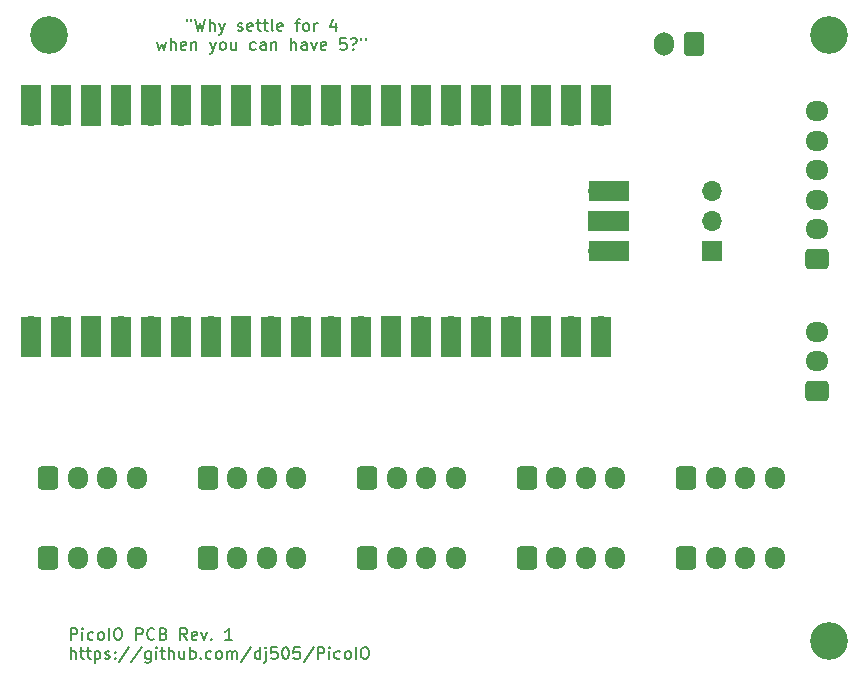
<source format=gts>
%TF.GenerationSoftware,KiCad,Pcbnew,(6.0.8)*%
%TF.CreationDate,2023-01-05T15:01:32-07:00*%
%TF.ProjectId,PicoIO,5069636f-494f-42e6-9b69-6361645f7063,rev?*%
%TF.SameCoordinates,Original*%
%TF.FileFunction,Soldermask,Top*%
%TF.FilePolarity,Negative*%
%FSLAX46Y46*%
G04 Gerber Fmt 4.6, Leading zero omitted, Abs format (unit mm)*
G04 Created by KiCad (PCBNEW (6.0.8)) date 2023-01-05 15:01:32*
%MOMM*%
%LPD*%
G01*
G04 APERTURE LIST*
G04 Aperture macros list*
%AMRoundRect*
0 Rectangle with rounded corners*
0 $1 Rounding radius*
0 $2 $3 $4 $5 $6 $7 $8 $9 X,Y pos of 4 corners*
0 Add a 4 corners polygon primitive as box body*
4,1,4,$2,$3,$4,$5,$6,$7,$8,$9,$2,$3,0*
0 Add four circle primitives for the rounded corners*
1,1,$1+$1,$2,$3*
1,1,$1+$1,$4,$5*
1,1,$1+$1,$6,$7*
1,1,$1+$1,$8,$9*
0 Add four rect primitives between the rounded corners*
20,1,$1+$1,$2,$3,$4,$5,0*
20,1,$1+$1,$4,$5,$6,$7,0*
20,1,$1+$1,$6,$7,$8,$9,0*
20,1,$1+$1,$8,$9,$2,$3,0*%
G04 Aperture macros list end*
%ADD10C,0.150000*%
%ADD11RoundRect,0.250000X-0.600000X-0.725000X0.600000X-0.725000X0.600000X0.725000X-0.600000X0.725000X0*%
%ADD12O,1.700000X1.950000*%
%ADD13R,1.700000X3.500000*%
%ADD14O,1.700000X1.700000*%
%ADD15R,1.700000X1.700000*%
%ADD16R,3.500000X1.700000*%
%ADD17RoundRect,0.250000X0.725000X-0.600000X0.725000X0.600000X-0.725000X0.600000X-0.725000X-0.600000X0*%
%ADD18O,1.950000X1.700000*%
%ADD19C,3.200000*%
%ADD20RoundRect,0.250000X0.600000X0.750000X-0.600000X0.750000X-0.600000X-0.750000X0.600000X-0.750000X0*%
%ADD21O,1.700000X2.000000*%
G04 APERTURE END LIST*
D10*
X172712857Y-61131380D02*
X172712857Y-61321857D01*
X173093809Y-61131380D02*
X173093809Y-61321857D01*
X173427142Y-61131380D02*
X173665238Y-62131380D01*
X173855714Y-61417095D01*
X174046190Y-62131380D01*
X174284285Y-61131380D01*
X174665238Y-62131380D02*
X174665238Y-61131380D01*
X175093809Y-62131380D02*
X175093809Y-61607571D01*
X175046190Y-61512333D01*
X174950952Y-61464714D01*
X174808095Y-61464714D01*
X174712857Y-61512333D01*
X174665238Y-61559952D01*
X175474761Y-61464714D02*
X175712857Y-62131380D01*
X175950952Y-61464714D02*
X175712857Y-62131380D01*
X175617619Y-62369476D01*
X175570000Y-62417095D01*
X175474761Y-62464714D01*
X177046190Y-62083761D02*
X177141428Y-62131380D01*
X177331904Y-62131380D01*
X177427142Y-62083761D01*
X177474761Y-61988523D01*
X177474761Y-61940904D01*
X177427142Y-61845666D01*
X177331904Y-61798047D01*
X177189047Y-61798047D01*
X177093809Y-61750428D01*
X177046190Y-61655190D01*
X177046190Y-61607571D01*
X177093809Y-61512333D01*
X177189047Y-61464714D01*
X177331904Y-61464714D01*
X177427142Y-61512333D01*
X178284285Y-62083761D02*
X178189047Y-62131380D01*
X177998571Y-62131380D01*
X177903333Y-62083761D01*
X177855714Y-61988523D01*
X177855714Y-61607571D01*
X177903333Y-61512333D01*
X177998571Y-61464714D01*
X178189047Y-61464714D01*
X178284285Y-61512333D01*
X178331904Y-61607571D01*
X178331904Y-61702809D01*
X177855714Y-61798047D01*
X178617619Y-61464714D02*
X178998571Y-61464714D01*
X178760476Y-61131380D02*
X178760476Y-61988523D01*
X178808095Y-62083761D01*
X178903333Y-62131380D01*
X178998571Y-62131380D01*
X179189047Y-61464714D02*
X179570000Y-61464714D01*
X179331904Y-61131380D02*
X179331904Y-61988523D01*
X179379523Y-62083761D01*
X179474761Y-62131380D01*
X179570000Y-62131380D01*
X180046190Y-62131380D02*
X179950952Y-62083761D01*
X179903333Y-61988523D01*
X179903333Y-61131380D01*
X180808095Y-62083761D02*
X180712857Y-62131380D01*
X180522380Y-62131380D01*
X180427142Y-62083761D01*
X180379523Y-61988523D01*
X180379523Y-61607571D01*
X180427142Y-61512333D01*
X180522380Y-61464714D01*
X180712857Y-61464714D01*
X180808095Y-61512333D01*
X180855714Y-61607571D01*
X180855714Y-61702809D01*
X180379523Y-61798047D01*
X181903333Y-61464714D02*
X182284285Y-61464714D01*
X182046190Y-62131380D02*
X182046190Y-61274238D01*
X182093809Y-61179000D01*
X182189047Y-61131380D01*
X182284285Y-61131380D01*
X182760476Y-62131380D02*
X182665238Y-62083761D01*
X182617619Y-62036142D01*
X182570000Y-61940904D01*
X182570000Y-61655190D01*
X182617619Y-61559952D01*
X182665238Y-61512333D01*
X182760476Y-61464714D01*
X182903333Y-61464714D01*
X182998571Y-61512333D01*
X183046190Y-61559952D01*
X183093809Y-61655190D01*
X183093809Y-61940904D01*
X183046190Y-62036142D01*
X182998571Y-62083761D01*
X182903333Y-62131380D01*
X182760476Y-62131380D01*
X183522380Y-62131380D02*
X183522380Y-61464714D01*
X183522380Y-61655190D02*
X183570000Y-61559952D01*
X183617619Y-61512333D01*
X183712857Y-61464714D01*
X183808095Y-61464714D01*
X185331904Y-61464714D02*
X185331904Y-62131380D01*
X185093809Y-61083761D02*
X184855714Y-61798047D01*
X185474761Y-61798047D01*
X170212857Y-63074714D02*
X170403333Y-63741380D01*
X170593809Y-63265190D01*
X170784285Y-63741380D01*
X170974761Y-63074714D01*
X171355714Y-63741380D02*
X171355714Y-62741380D01*
X171784285Y-63741380D02*
X171784285Y-63217571D01*
X171736666Y-63122333D01*
X171641428Y-63074714D01*
X171498571Y-63074714D01*
X171403333Y-63122333D01*
X171355714Y-63169952D01*
X172641428Y-63693761D02*
X172546190Y-63741380D01*
X172355714Y-63741380D01*
X172260476Y-63693761D01*
X172212857Y-63598523D01*
X172212857Y-63217571D01*
X172260476Y-63122333D01*
X172355714Y-63074714D01*
X172546190Y-63074714D01*
X172641428Y-63122333D01*
X172689047Y-63217571D01*
X172689047Y-63312809D01*
X172212857Y-63408047D01*
X173117619Y-63074714D02*
X173117619Y-63741380D01*
X173117619Y-63169952D02*
X173165238Y-63122333D01*
X173260476Y-63074714D01*
X173403333Y-63074714D01*
X173498571Y-63122333D01*
X173546190Y-63217571D01*
X173546190Y-63741380D01*
X174689047Y-63074714D02*
X174927142Y-63741380D01*
X175165238Y-63074714D02*
X174927142Y-63741380D01*
X174831904Y-63979476D01*
X174784285Y-64027095D01*
X174689047Y-64074714D01*
X175689047Y-63741380D02*
X175593809Y-63693761D01*
X175546190Y-63646142D01*
X175498571Y-63550904D01*
X175498571Y-63265190D01*
X175546190Y-63169952D01*
X175593809Y-63122333D01*
X175689047Y-63074714D01*
X175831904Y-63074714D01*
X175927142Y-63122333D01*
X175974761Y-63169952D01*
X176022380Y-63265190D01*
X176022380Y-63550904D01*
X175974761Y-63646142D01*
X175927142Y-63693761D01*
X175831904Y-63741380D01*
X175689047Y-63741380D01*
X176879523Y-63074714D02*
X176879523Y-63741380D01*
X176450952Y-63074714D02*
X176450952Y-63598523D01*
X176498571Y-63693761D01*
X176593809Y-63741380D01*
X176736666Y-63741380D01*
X176831904Y-63693761D01*
X176879523Y-63646142D01*
X178546190Y-63693761D02*
X178450952Y-63741380D01*
X178260476Y-63741380D01*
X178165238Y-63693761D01*
X178117619Y-63646142D01*
X178070000Y-63550904D01*
X178070000Y-63265190D01*
X178117619Y-63169952D01*
X178165238Y-63122333D01*
X178260476Y-63074714D01*
X178450952Y-63074714D01*
X178546190Y-63122333D01*
X179403333Y-63741380D02*
X179403333Y-63217571D01*
X179355714Y-63122333D01*
X179260476Y-63074714D01*
X179070000Y-63074714D01*
X178974761Y-63122333D01*
X179403333Y-63693761D02*
X179308095Y-63741380D01*
X179070000Y-63741380D01*
X178974761Y-63693761D01*
X178927142Y-63598523D01*
X178927142Y-63503285D01*
X178974761Y-63408047D01*
X179070000Y-63360428D01*
X179308095Y-63360428D01*
X179403333Y-63312809D01*
X179879523Y-63074714D02*
X179879523Y-63741380D01*
X179879523Y-63169952D02*
X179927142Y-63122333D01*
X180022380Y-63074714D01*
X180165238Y-63074714D01*
X180260476Y-63122333D01*
X180308095Y-63217571D01*
X180308095Y-63741380D01*
X181546190Y-63741380D02*
X181546190Y-62741380D01*
X181974761Y-63741380D02*
X181974761Y-63217571D01*
X181927142Y-63122333D01*
X181831904Y-63074714D01*
X181689047Y-63074714D01*
X181593809Y-63122333D01*
X181546190Y-63169952D01*
X182879523Y-63741380D02*
X182879523Y-63217571D01*
X182831904Y-63122333D01*
X182736666Y-63074714D01*
X182546190Y-63074714D01*
X182450952Y-63122333D01*
X182879523Y-63693761D02*
X182784285Y-63741380D01*
X182546190Y-63741380D01*
X182450952Y-63693761D01*
X182403333Y-63598523D01*
X182403333Y-63503285D01*
X182450952Y-63408047D01*
X182546190Y-63360428D01*
X182784285Y-63360428D01*
X182879523Y-63312809D01*
X183260476Y-63074714D02*
X183498571Y-63741380D01*
X183736666Y-63074714D01*
X184498571Y-63693761D02*
X184403333Y-63741380D01*
X184212857Y-63741380D01*
X184117619Y-63693761D01*
X184070000Y-63598523D01*
X184070000Y-63217571D01*
X184117619Y-63122333D01*
X184212857Y-63074714D01*
X184403333Y-63074714D01*
X184498571Y-63122333D01*
X184546190Y-63217571D01*
X184546190Y-63312809D01*
X184070000Y-63408047D01*
X186212857Y-62741380D02*
X185736666Y-62741380D01*
X185689047Y-63217571D01*
X185736666Y-63169952D01*
X185831904Y-63122333D01*
X186070000Y-63122333D01*
X186165238Y-63169952D01*
X186212857Y-63217571D01*
X186260476Y-63312809D01*
X186260476Y-63550904D01*
X186212857Y-63646142D01*
X186165238Y-63693761D01*
X186070000Y-63741380D01*
X185831904Y-63741380D01*
X185736666Y-63693761D01*
X185689047Y-63646142D01*
X186831904Y-63646142D02*
X186879523Y-63693761D01*
X186831904Y-63741380D01*
X186784285Y-63693761D01*
X186831904Y-63646142D01*
X186831904Y-63741380D01*
X186641428Y-62789000D02*
X186736666Y-62741380D01*
X186974761Y-62741380D01*
X187070000Y-62789000D01*
X187117619Y-62884238D01*
X187117619Y-62979476D01*
X187070000Y-63074714D01*
X187022380Y-63122333D01*
X186927142Y-63169952D01*
X186879523Y-63217571D01*
X186831904Y-63312809D01*
X186831904Y-63360428D01*
X187498571Y-62741380D02*
X187498571Y-62931857D01*
X187879523Y-62741380D02*
X187879523Y-62931857D01*
X162895595Y-113693380D02*
X162895595Y-112693380D01*
X163276547Y-112693380D01*
X163371785Y-112741000D01*
X163419404Y-112788619D01*
X163467023Y-112883857D01*
X163467023Y-113026714D01*
X163419404Y-113121952D01*
X163371785Y-113169571D01*
X163276547Y-113217190D01*
X162895595Y-113217190D01*
X163895595Y-113693380D02*
X163895595Y-113026714D01*
X163895595Y-112693380D02*
X163847976Y-112741000D01*
X163895595Y-112788619D01*
X163943214Y-112741000D01*
X163895595Y-112693380D01*
X163895595Y-112788619D01*
X164800357Y-113645761D02*
X164705119Y-113693380D01*
X164514642Y-113693380D01*
X164419404Y-113645761D01*
X164371785Y-113598142D01*
X164324166Y-113502904D01*
X164324166Y-113217190D01*
X164371785Y-113121952D01*
X164419404Y-113074333D01*
X164514642Y-113026714D01*
X164705119Y-113026714D01*
X164800357Y-113074333D01*
X165371785Y-113693380D02*
X165276547Y-113645761D01*
X165228928Y-113598142D01*
X165181309Y-113502904D01*
X165181309Y-113217190D01*
X165228928Y-113121952D01*
X165276547Y-113074333D01*
X165371785Y-113026714D01*
X165514642Y-113026714D01*
X165609880Y-113074333D01*
X165657500Y-113121952D01*
X165705119Y-113217190D01*
X165705119Y-113502904D01*
X165657500Y-113598142D01*
X165609880Y-113645761D01*
X165514642Y-113693380D01*
X165371785Y-113693380D01*
X166133690Y-113693380D02*
X166133690Y-112693380D01*
X166800357Y-112693380D02*
X166990833Y-112693380D01*
X167086071Y-112741000D01*
X167181309Y-112836238D01*
X167228928Y-113026714D01*
X167228928Y-113360047D01*
X167181309Y-113550523D01*
X167086071Y-113645761D01*
X166990833Y-113693380D01*
X166800357Y-113693380D01*
X166705119Y-113645761D01*
X166609880Y-113550523D01*
X166562261Y-113360047D01*
X166562261Y-113026714D01*
X166609880Y-112836238D01*
X166705119Y-112741000D01*
X166800357Y-112693380D01*
X168419404Y-113693380D02*
X168419404Y-112693380D01*
X168800357Y-112693380D01*
X168895595Y-112741000D01*
X168943214Y-112788619D01*
X168990833Y-112883857D01*
X168990833Y-113026714D01*
X168943214Y-113121952D01*
X168895595Y-113169571D01*
X168800357Y-113217190D01*
X168419404Y-113217190D01*
X169990833Y-113598142D02*
X169943214Y-113645761D01*
X169800357Y-113693380D01*
X169705119Y-113693380D01*
X169562261Y-113645761D01*
X169467023Y-113550523D01*
X169419404Y-113455285D01*
X169371785Y-113264809D01*
X169371785Y-113121952D01*
X169419404Y-112931476D01*
X169467023Y-112836238D01*
X169562261Y-112741000D01*
X169705119Y-112693380D01*
X169800357Y-112693380D01*
X169943214Y-112741000D01*
X169990833Y-112788619D01*
X170752738Y-113169571D02*
X170895595Y-113217190D01*
X170943214Y-113264809D01*
X170990833Y-113360047D01*
X170990833Y-113502904D01*
X170943214Y-113598142D01*
X170895595Y-113645761D01*
X170800357Y-113693380D01*
X170419404Y-113693380D01*
X170419404Y-112693380D01*
X170752738Y-112693380D01*
X170847976Y-112741000D01*
X170895595Y-112788619D01*
X170943214Y-112883857D01*
X170943214Y-112979095D01*
X170895595Y-113074333D01*
X170847976Y-113121952D01*
X170752738Y-113169571D01*
X170419404Y-113169571D01*
X172752738Y-113693380D02*
X172419404Y-113217190D01*
X172181309Y-113693380D02*
X172181309Y-112693380D01*
X172562261Y-112693380D01*
X172657500Y-112741000D01*
X172705119Y-112788619D01*
X172752738Y-112883857D01*
X172752738Y-113026714D01*
X172705119Y-113121952D01*
X172657500Y-113169571D01*
X172562261Y-113217190D01*
X172181309Y-113217190D01*
X173562261Y-113645761D02*
X173467023Y-113693380D01*
X173276547Y-113693380D01*
X173181309Y-113645761D01*
X173133690Y-113550523D01*
X173133690Y-113169571D01*
X173181309Y-113074333D01*
X173276547Y-113026714D01*
X173467023Y-113026714D01*
X173562261Y-113074333D01*
X173609880Y-113169571D01*
X173609880Y-113264809D01*
X173133690Y-113360047D01*
X173943214Y-113026714D02*
X174181309Y-113693380D01*
X174419404Y-113026714D01*
X174800357Y-113598142D02*
X174847976Y-113645761D01*
X174800357Y-113693380D01*
X174752738Y-113645761D01*
X174800357Y-113598142D01*
X174800357Y-113693380D01*
X176562261Y-113693380D02*
X175990833Y-113693380D01*
X176276547Y-113693380D02*
X176276547Y-112693380D01*
X176181309Y-112836238D01*
X176086071Y-112931476D01*
X175990833Y-112979095D01*
X162895595Y-115303380D02*
X162895595Y-114303380D01*
X163324166Y-115303380D02*
X163324166Y-114779571D01*
X163276547Y-114684333D01*
X163181309Y-114636714D01*
X163038452Y-114636714D01*
X162943214Y-114684333D01*
X162895595Y-114731952D01*
X163657500Y-114636714D02*
X164038452Y-114636714D01*
X163800357Y-114303380D02*
X163800357Y-115160523D01*
X163847976Y-115255761D01*
X163943214Y-115303380D01*
X164038452Y-115303380D01*
X164228928Y-114636714D02*
X164609880Y-114636714D01*
X164371785Y-114303380D02*
X164371785Y-115160523D01*
X164419404Y-115255761D01*
X164514642Y-115303380D01*
X164609880Y-115303380D01*
X164943214Y-114636714D02*
X164943214Y-115636714D01*
X164943214Y-114684333D02*
X165038452Y-114636714D01*
X165228928Y-114636714D01*
X165324166Y-114684333D01*
X165371785Y-114731952D01*
X165419404Y-114827190D01*
X165419404Y-115112904D01*
X165371785Y-115208142D01*
X165324166Y-115255761D01*
X165228928Y-115303380D01*
X165038452Y-115303380D01*
X164943214Y-115255761D01*
X165800357Y-115255761D02*
X165895595Y-115303380D01*
X166086071Y-115303380D01*
X166181309Y-115255761D01*
X166228928Y-115160523D01*
X166228928Y-115112904D01*
X166181309Y-115017666D01*
X166086071Y-114970047D01*
X165943214Y-114970047D01*
X165847976Y-114922428D01*
X165800357Y-114827190D01*
X165800357Y-114779571D01*
X165847976Y-114684333D01*
X165943214Y-114636714D01*
X166086071Y-114636714D01*
X166181309Y-114684333D01*
X166657500Y-115208142D02*
X166705119Y-115255761D01*
X166657500Y-115303380D01*
X166609880Y-115255761D01*
X166657500Y-115208142D01*
X166657500Y-115303380D01*
X166657500Y-114684333D02*
X166705119Y-114731952D01*
X166657500Y-114779571D01*
X166609880Y-114731952D01*
X166657500Y-114684333D01*
X166657500Y-114779571D01*
X167847976Y-114255761D02*
X166990833Y-115541476D01*
X168895595Y-114255761D02*
X168038452Y-115541476D01*
X169657500Y-114636714D02*
X169657500Y-115446238D01*
X169609880Y-115541476D01*
X169562261Y-115589095D01*
X169467023Y-115636714D01*
X169324166Y-115636714D01*
X169228928Y-115589095D01*
X169657500Y-115255761D02*
X169562261Y-115303380D01*
X169371785Y-115303380D01*
X169276547Y-115255761D01*
X169228928Y-115208142D01*
X169181309Y-115112904D01*
X169181309Y-114827190D01*
X169228928Y-114731952D01*
X169276547Y-114684333D01*
X169371785Y-114636714D01*
X169562261Y-114636714D01*
X169657500Y-114684333D01*
X170133690Y-115303380D02*
X170133690Y-114636714D01*
X170133690Y-114303380D02*
X170086071Y-114351000D01*
X170133690Y-114398619D01*
X170181309Y-114351000D01*
X170133690Y-114303380D01*
X170133690Y-114398619D01*
X170467023Y-114636714D02*
X170847976Y-114636714D01*
X170609880Y-114303380D02*
X170609880Y-115160523D01*
X170657500Y-115255761D01*
X170752738Y-115303380D01*
X170847976Y-115303380D01*
X171181309Y-115303380D02*
X171181309Y-114303380D01*
X171609880Y-115303380D02*
X171609880Y-114779571D01*
X171562261Y-114684333D01*
X171467023Y-114636714D01*
X171324166Y-114636714D01*
X171228928Y-114684333D01*
X171181309Y-114731952D01*
X172514642Y-114636714D02*
X172514642Y-115303380D01*
X172086071Y-114636714D02*
X172086071Y-115160523D01*
X172133690Y-115255761D01*
X172228928Y-115303380D01*
X172371785Y-115303380D01*
X172467023Y-115255761D01*
X172514642Y-115208142D01*
X172990833Y-115303380D02*
X172990833Y-114303380D01*
X172990833Y-114684333D02*
X173086071Y-114636714D01*
X173276547Y-114636714D01*
X173371785Y-114684333D01*
X173419404Y-114731952D01*
X173467023Y-114827190D01*
X173467023Y-115112904D01*
X173419404Y-115208142D01*
X173371785Y-115255761D01*
X173276547Y-115303380D01*
X173086071Y-115303380D01*
X172990833Y-115255761D01*
X173895595Y-115208142D02*
X173943214Y-115255761D01*
X173895595Y-115303380D01*
X173847976Y-115255761D01*
X173895595Y-115208142D01*
X173895595Y-115303380D01*
X174800357Y-115255761D02*
X174705119Y-115303380D01*
X174514642Y-115303380D01*
X174419404Y-115255761D01*
X174371785Y-115208142D01*
X174324166Y-115112904D01*
X174324166Y-114827190D01*
X174371785Y-114731952D01*
X174419404Y-114684333D01*
X174514642Y-114636714D01*
X174705119Y-114636714D01*
X174800357Y-114684333D01*
X175371785Y-115303380D02*
X175276547Y-115255761D01*
X175228928Y-115208142D01*
X175181309Y-115112904D01*
X175181309Y-114827190D01*
X175228928Y-114731952D01*
X175276547Y-114684333D01*
X175371785Y-114636714D01*
X175514642Y-114636714D01*
X175609880Y-114684333D01*
X175657500Y-114731952D01*
X175705119Y-114827190D01*
X175705119Y-115112904D01*
X175657500Y-115208142D01*
X175609880Y-115255761D01*
X175514642Y-115303380D01*
X175371785Y-115303380D01*
X176133690Y-115303380D02*
X176133690Y-114636714D01*
X176133690Y-114731952D02*
X176181309Y-114684333D01*
X176276547Y-114636714D01*
X176419404Y-114636714D01*
X176514642Y-114684333D01*
X176562261Y-114779571D01*
X176562261Y-115303380D01*
X176562261Y-114779571D02*
X176609880Y-114684333D01*
X176705119Y-114636714D01*
X176847976Y-114636714D01*
X176943214Y-114684333D01*
X176990833Y-114779571D01*
X176990833Y-115303380D01*
X178181309Y-114255761D02*
X177324166Y-115541476D01*
X178943214Y-115303380D02*
X178943214Y-114303380D01*
X178943214Y-115255761D02*
X178847976Y-115303380D01*
X178657500Y-115303380D01*
X178562261Y-115255761D01*
X178514642Y-115208142D01*
X178467023Y-115112904D01*
X178467023Y-114827190D01*
X178514642Y-114731952D01*
X178562261Y-114684333D01*
X178657500Y-114636714D01*
X178847976Y-114636714D01*
X178943214Y-114684333D01*
X179419404Y-114636714D02*
X179419404Y-115493857D01*
X179371785Y-115589095D01*
X179276547Y-115636714D01*
X179228928Y-115636714D01*
X179419404Y-114303380D02*
X179371785Y-114351000D01*
X179419404Y-114398619D01*
X179467023Y-114351000D01*
X179419404Y-114303380D01*
X179419404Y-114398619D01*
X180371785Y-114303380D02*
X179895595Y-114303380D01*
X179847976Y-114779571D01*
X179895595Y-114731952D01*
X179990833Y-114684333D01*
X180228928Y-114684333D01*
X180324166Y-114731952D01*
X180371785Y-114779571D01*
X180419404Y-114874809D01*
X180419404Y-115112904D01*
X180371785Y-115208142D01*
X180324166Y-115255761D01*
X180228928Y-115303380D01*
X179990833Y-115303380D01*
X179895595Y-115255761D01*
X179847976Y-115208142D01*
X181038452Y-114303380D02*
X181133690Y-114303380D01*
X181228928Y-114351000D01*
X181276547Y-114398619D01*
X181324166Y-114493857D01*
X181371785Y-114684333D01*
X181371785Y-114922428D01*
X181324166Y-115112904D01*
X181276547Y-115208142D01*
X181228928Y-115255761D01*
X181133690Y-115303380D01*
X181038452Y-115303380D01*
X180943214Y-115255761D01*
X180895595Y-115208142D01*
X180847976Y-115112904D01*
X180800357Y-114922428D01*
X180800357Y-114684333D01*
X180847976Y-114493857D01*
X180895595Y-114398619D01*
X180943214Y-114351000D01*
X181038452Y-114303380D01*
X182276547Y-114303380D02*
X181800357Y-114303380D01*
X181752738Y-114779571D01*
X181800357Y-114731952D01*
X181895595Y-114684333D01*
X182133690Y-114684333D01*
X182228928Y-114731952D01*
X182276547Y-114779571D01*
X182324166Y-114874809D01*
X182324166Y-115112904D01*
X182276547Y-115208142D01*
X182228928Y-115255761D01*
X182133690Y-115303380D01*
X181895595Y-115303380D01*
X181800357Y-115255761D01*
X181752738Y-115208142D01*
X183467023Y-114255761D02*
X182609880Y-115541476D01*
X183800357Y-115303380D02*
X183800357Y-114303380D01*
X184181309Y-114303380D01*
X184276547Y-114351000D01*
X184324166Y-114398619D01*
X184371785Y-114493857D01*
X184371785Y-114636714D01*
X184324166Y-114731952D01*
X184276547Y-114779571D01*
X184181309Y-114827190D01*
X183800357Y-114827190D01*
X184800357Y-115303380D02*
X184800357Y-114636714D01*
X184800357Y-114303380D02*
X184752738Y-114351000D01*
X184800357Y-114398619D01*
X184847976Y-114351000D01*
X184800357Y-114303380D01*
X184800357Y-114398619D01*
X185705119Y-115255761D02*
X185609880Y-115303380D01*
X185419404Y-115303380D01*
X185324166Y-115255761D01*
X185276547Y-115208142D01*
X185228928Y-115112904D01*
X185228928Y-114827190D01*
X185276547Y-114731952D01*
X185324166Y-114684333D01*
X185419404Y-114636714D01*
X185609880Y-114636714D01*
X185705119Y-114684333D01*
X186276547Y-115303380D02*
X186181309Y-115255761D01*
X186133690Y-115208142D01*
X186086071Y-115112904D01*
X186086071Y-114827190D01*
X186133690Y-114731952D01*
X186181309Y-114684333D01*
X186276547Y-114636714D01*
X186419404Y-114636714D01*
X186514642Y-114684333D01*
X186562261Y-114731952D01*
X186609880Y-114827190D01*
X186609880Y-115112904D01*
X186562261Y-115208142D01*
X186514642Y-115255761D01*
X186419404Y-115303380D01*
X186276547Y-115303380D01*
X187038452Y-115303380D02*
X187038452Y-114303380D01*
X187705119Y-114303380D02*
X187895595Y-114303380D01*
X187990833Y-114351000D01*
X188086071Y-114446238D01*
X188133690Y-114636714D01*
X188133690Y-114970047D01*
X188086071Y-115160523D01*
X187990833Y-115255761D01*
X187895595Y-115303380D01*
X187705119Y-115303380D01*
X187609880Y-115255761D01*
X187514642Y-115160523D01*
X187467023Y-114970047D01*
X187467023Y-114636714D01*
X187514642Y-114446238D01*
X187609880Y-114351000D01*
X187705119Y-114303380D01*
D11*
%TO.C,J5*%
X215000000Y-99975000D03*
D12*
X217500000Y-99975000D03*
X220000000Y-99975000D03*
X222500000Y-99975000D03*
%TD*%
D13*
%TO.C,U1*%
X159512000Y-88022000D03*
D14*
X159512000Y-87122000D03*
D13*
X162052000Y-88022000D03*
D14*
X162052000Y-87122000D03*
D13*
X164592000Y-88022000D03*
D15*
X164592000Y-87122000D03*
D13*
X167132000Y-88022000D03*
D14*
X167132000Y-87122000D03*
D13*
X169672000Y-88022000D03*
D14*
X169672000Y-87122000D03*
X172212000Y-87122000D03*
D13*
X172212000Y-88022000D03*
X174752000Y-88022000D03*
D14*
X174752000Y-87122000D03*
D15*
X177292000Y-87122000D03*
D13*
X177292000Y-88022000D03*
D14*
X179832000Y-87122000D03*
D13*
X179832000Y-88022000D03*
D14*
X182372000Y-87122000D03*
D13*
X182372000Y-88022000D03*
X184912000Y-88022000D03*
D14*
X184912000Y-87122000D03*
D13*
X187452000Y-88022000D03*
D14*
X187452000Y-87122000D03*
D13*
X189992000Y-88022000D03*
D15*
X189992000Y-87122000D03*
D14*
X192532000Y-87122000D03*
D13*
X192532000Y-88022000D03*
X195072000Y-88022000D03*
D14*
X195072000Y-87122000D03*
D13*
X197612000Y-88022000D03*
D14*
X197612000Y-87122000D03*
X200152000Y-87122000D03*
D13*
X200152000Y-88022000D03*
D15*
X202692000Y-87122000D03*
D13*
X202692000Y-88022000D03*
X205232000Y-88022000D03*
D14*
X205232000Y-87122000D03*
D13*
X207772000Y-88022000D03*
D14*
X207772000Y-87122000D03*
D13*
X207772000Y-68442000D03*
D14*
X207772000Y-69342000D03*
X205232000Y-69342000D03*
D13*
X205232000Y-68442000D03*
D15*
X202692000Y-69342000D03*
D13*
X202692000Y-68442000D03*
X200152000Y-68442000D03*
D14*
X200152000Y-69342000D03*
D13*
X197612000Y-68442000D03*
D14*
X197612000Y-69342000D03*
D13*
X195072000Y-68442000D03*
D14*
X195072000Y-69342000D03*
X192532000Y-69342000D03*
D13*
X192532000Y-68442000D03*
X189992000Y-68442000D03*
D15*
X189992000Y-69342000D03*
D13*
X187452000Y-68442000D03*
D14*
X187452000Y-69342000D03*
X184912000Y-69342000D03*
D13*
X184912000Y-68442000D03*
X182372000Y-68442000D03*
D14*
X182372000Y-69342000D03*
X179832000Y-69342000D03*
D13*
X179832000Y-68442000D03*
X177292000Y-68442000D03*
D15*
X177292000Y-69342000D03*
D14*
X174752000Y-69342000D03*
D13*
X174752000Y-68442000D03*
D14*
X172212000Y-69342000D03*
D13*
X172212000Y-68442000D03*
X169672000Y-68442000D03*
D14*
X169672000Y-69342000D03*
X167132000Y-69342000D03*
D13*
X167132000Y-68442000D03*
X164592000Y-68442000D03*
D15*
X164592000Y-69342000D03*
D14*
X162052000Y-69342000D03*
D13*
X162052000Y-68442000D03*
D14*
X159512000Y-69342000D03*
D13*
X159512000Y-68442000D03*
D16*
X208442000Y-80772000D03*
D14*
X207542000Y-80772000D03*
D15*
X207542000Y-78232000D03*
D16*
X208442000Y-78232000D03*
X208442000Y-75692000D03*
D14*
X207542000Y-75692000D03*
%TD*%
D11*
%TO.C,J10*%
X215000000Y-106750000D03*
D12*
X217500000Y-106750000D03*
X220000000Y-106750000D03*
X222500000Y-106750000D03*
%TD*%
D17*
%TO.C,J11*%
X226043000Y-92610000D03*
D18*
X226043000Y-90110000D03*
X226043000Y-87610000D03*
%TD*%
D11*
%TO.C,J6*%
X161000000Y-106750000D03*
D12*
X163500000Y-106750000D03*
X166000000Y-106750000D03*
X168500000Y-106750000D03*
%TD*%
D19*
%TO.C,REF\u002A\u002A*%
X227076000Y-62484000D03*
%TD*%
D11*
%TO.C,J7*%
X174500000Y-106750000D03*
D12*
X177000000Y-106750000D03*
X179500000Y-106750000D03*
X182000000Y-106750000D03*
%TD*%
D11*
%TO.C,J3*%
X188000000Y-99975000D03*
D12*
X190500000Y-99975000D03*
X193000000Y-99975000D03*
X195500000Y-99975000D03*
%TD*%
D11*
%TO.C,J4*%
X201500000Y-99975000D03*
D12*
X204000000Y-99975000D03*
X206500000Y-99975000D03*
X209000000Y-99975000D03*
%TD*%
D11*
%TO.C,J1*%
X161000000Y-99975000D03*
D12*
X163500000Y-99975000D03*
X166000000Y-99975000D03*
X168500000Y-99975000D03*
%TD*%
D17*
%TO.C,J12*%
X226060000Y-81434000D03*
D18*
X226060000Y-78934000D03*
X226060000Y-76434000D03*
X226060000Y-73934000D03*
X226060000Y-71434000D03*
X226060000Y-68934000D03*
%TD*%
D11*
%TO.C,J2*%
X174500000Y-99975000D03*
D12*
X177000000Y-99975000D03*
X179500000Y-99975000D03*
X182000000Y-99975000D03*
%TD*%
D15*
%TO.C,J13*%
X217170000Y-80757000D03*
D14*
X217170000Y-78217000D03*
X217170000Y-75677000D03*
%TD*%
D11*
%TO.C,J9*%
X201500000Y-106750000D03*
D12*
X204000000Y-106750000D03*
X206500000Y-106750000D03*
X209000000Y-106750000D03*
%TD*%
D19*
%TO.C,REF\u002A\u002A*%
X227076000Y-113810051D03*
%TD*%
%TO.C,REF\u002A\u002A*%
X161036000Y-62484000D03*
%TD*%
D20*
%TO.C,J14*%
X215646000Y-63263000D03*
D21*
X213146000Y-63263000D03*
%TD*%
D11*
%TO.C,J8*%
X188000000Y-106750000D03*
D12*
X190500000Y-106750000D03*
X193000000Y-106750000D03*
X195500000Y-106750000D03*
%TD*%
M02*

</source>
